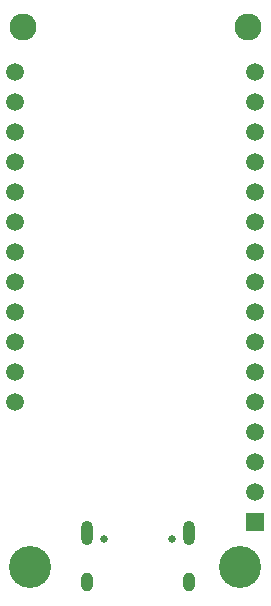
<source format=gbr>
%TF.GenerationSoftware,Altium Limited,Altium Designer,20.0.10 (225)*%
G04 Layer_Color=255*
%FSLAX26Y26*%
%MOIN*%
%TF.FileFunction,Pads,Bot*%
%TF.Part,Single*%
G01*
G75*
%TA.AperFunction,ComponentPad*%
%ADD45O,0.039370X0.062992*%
%ADD46O,0.039370X0.082677*%
%ADD47C,0.025591*%
%ADD48C,0.090000*%
%ADD49C,0.140000*%
%ADD50R,0.059370X0.059370*%
%ADD51C,0.059370*%
D45*
X835827Y246063D02*
D03*
X495669D02*
D03*
D46*
X835827Y410630D02*
D03*
X495669D02*
D03*
D47*
X779528Y389764D02*
D03*
X551968D02*
D03*
D48*
X1031756Y2095173D02*
D03*
X281756D02*
D03*
D49*
X306756Y295173D02*
D03*
X1006756D02*
D03*
D50*
X1056756Y445173D02*
D03*
D51*
Y545173D02*
D03*
Y645173D02*
D03*
Y745173D02*
D03*
Y845173D02*
D03*
Y945173D02*
D03*
Y1045173D02*
D03*
Y1145173D02*
D03*
Y1245173D02*
D03*
Y1345173D02*
D03*
Y1445173D02*
D03*
Y1545173D02*
D03*
Y1645173D02*
D03*
Y1745173D02*
D03*
Y1845173D02*
D03*
Y1945173D02*
D03*
X256756Y845173D02*
D03*
Y945173D02*
D03*
Y1045173D02*
D03*
Y1145173D02*
D03*
Y1245173D02*
D03*
Y1345173D02*
D03*
Y1445173D02*
D03*
Y1545173D02*
D03*
Y1645173D02*
D03*
Y1745173D02*
D03*
Y1845173D02*
D03*
Y1945173D02*
D03*
%TF.MD5,c27ebc92b10c4ecc5c72c777ff267f55*%
M02*

</source>
